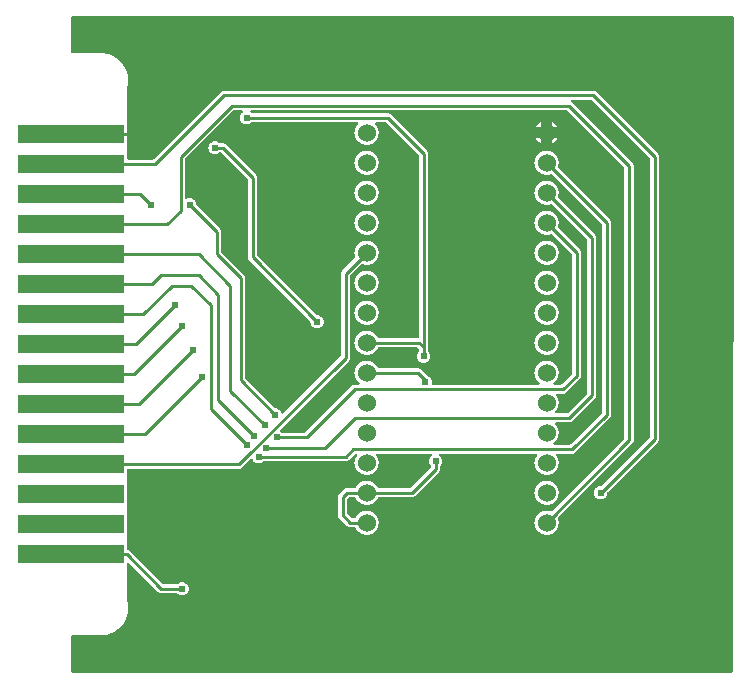
<source format=gbl>
G04 Layer: BottomLayer*
G04 EasyEDA v6.5.22, 2023-04-21 14:11:52*
G04 6639ec0bfd30429d8febbb54714beaf6,0d2cea57a9a8422ebbcee2df73fbc454,10*
G04 Gerber Generator version 0.2*
G04 Scale: 100 percent, Rotated: No, Reflected: No *
G04 Dimensions in millimeters *
G04 leading zeros omitted , absolute positions ,4 integer and 5 decimal *
%FSLAX45Y45*%
%MOMM*%

%ADD10C,0.2540*%
%ADD11R,9.0000X1.5240*%
%ADD12C,1.5240*%
%ADD13C,0.6096*%
%ADD14C,0.6000*%
%ADD15C,0.0145*%

%LPD*%
G36*
X733958Y584708D02*
G01*
X730097Y585470D01*
X726795Y587705D01*
X724560Y590956D01*
X723798Y594868D01*
X723798Y891438D01*
X724560Y895299D01*
X726795Y898601D01*
X730097Y900836D01*
X733958Y901598D01*
X977646Y901598D01*
X998931Y902665D01*
X1021080Y905865D01*
X1042873Y911250D01*
X1064006Y918718D01*
X1086866Y929589D01*
X1105966Y941273D01*
X1123848Y954786D01*
X1140307Y969975D01*
X1155242Y986688D01*
X1168450Y1004824D01*
X1178458Y1021537D01*
X1188161Y1041755D01*
X1189278Y1044448D01*
X1195832Y1062837D01*
X1201978Y1087374D01*
X1204823Y1106678D01*
X1206042Y1129030D01*
X1204823Y1154328D01*
X1201978Y1173632D01*
X1196695Y1195273D01*
X1194308Y1202385D01*
X1193800Y1205585D01*
X1193800Y1491792D01*
X1194206Y1494586D01*
X1195374Y1497177D01*
X1197203Y1500073D01*
X1199489Y1506626D01*
X1201572Y1510131D01*
X1204874Y1512519D01*
X1208836Y1513433D01*
X1212850Y1512722D01*
X1216253Y1510436D01*
X1458264Y1268476D01*
X1464462Y1263345D01*
X1471168Y1259789D01*
X1478381Y1257604D01*
X1486408Y1256792D01*
X1618691Y1256792D01*
X1622602Y1256030D01*
X1625904Y1253794D01*
X1627479Y1252220D01*
X1635506Y1246581D01*
X1644446Y1242466D01*
X1653895Y1239926D01*
X1663700Y1239062D01*
X1673504Y1239926D01*
X1682953Y1242466D01*
X1691893Y1246581D01*
X1699920Y1252220D01*
X1706880Y1259179D01*
X1712518Y1267206D01*
X1716633Y1276146D01*
X1719173Y1285595D01*
X1720037Y1295400D01*
X1719173Y1305204D01*
X1716633Y1314653D01*
X1712518Y1323594D01*
X1706880Y1331620D01*
X1699920Y1338580D01*
X1691893Y1344218D01*
X1682953Y1348333D01*
X1673504Y1350873D01*
X1663700Y1351737D01*
X1653895Y1350873D01*
X1644446Y1348333D01*
X1635506Y1344218D01*
X1627479Y1338580D01*
X1625904Y1337005D01*
X1622602Y1334770D01*
X1618691Y1334008D01*
X1506118Y1334008D01*
X1502206Y1334770D01*
X1498904Y1337005D01*
X1221435Y1614424D01*
X1215237Y1619554D01*
X1208532Y1623110D01*
X1207008Y1623568D01*
X1203248Y1625650D01*
X1200708Y1629105D01*
X1199794Y1633321D01*
X1199794Y1663141D01*
X1199083Y1669440D01*
X1197203Y1674926D01*
X1195374Y1677822D01*
X1194206Y1680413D01*
X1193800Y1683207D01*
X1193800Y1745792D01*
X1194206Y1748586D01*
X1195374Y1751177D01*
X1197203Y1754073D01*
X1199083Y1759559D01*
X1199794Y1765858D01*
X1199794Y1917141D01*
X1199083Y1923440D01*
X1197203Y1928926D01*
X1195374Y1931822D01*
X1194206Y1934413D01*
X1193800Y1937207D01*
X1193800Y1999792D01*
X1194206Y2002586D01*
X1195374Y2005177D01*
X1197203Y2008073D01*
X1199083Y2013559D01*
X1199794Y2019858D01*
X1199794Y2171141D01*
X1199083Y2177440D01*
X1197203Y2182926D01*
X1195374Y2185822D01*
X1194206Y2188413D01*
X1193800Y2191207D01*
X1193800Y2253792D01*
X1194206Y2256586D01*
X1195374Y2259177D01*
X1197203Y2262073D01*
X1199083Y2267559D01*
X1199794Y2273858D01*
X1199794Y2300732D01*
X1200607Y2304643D01*
X1202791Y2307894D01*
X1206093Y2310130D01*
X1209954Y2310892D01*
X2145792Y2310892D01*
X2153818Y2311704D01*
X2161032Y2313889D01*
X2167737Y2317445D01*
X2173935Y2322576D01*
X2243937Y2392527D01*
X2247188Y2394712D01*
X2250948Y2395524D01*
X2254758Y2394864D01*
X2258060Y2392781D01*
X2260346Y2389682D01*
X2262581Y2384806D01*
X2268220Y2376779D01*
X2275179Y2369820D01*
X2283206Y2364181D01*
X2292146Y2360066D01*
X2301595Y2357526D01*
X2311400Y2356662D01*
X2321204Y2357526D01*
X2330653Y2360066D01*
X2339594Y2364181D01*
X2347620Y2369820D01*
X2349195Y2371394D01*
X2352497Y2373630D01*
X2356408Y2374392D01*
X3047492Y2374392D01*
X3055518Y2375204D01*
X3062732Y2377389D01*
X3069437Y2380945D01*
X3075635Y2386076D01*
X3124504Y2434894D01*
X3127806Y2437130D01*
X3131718Y2437892D01*
X3134918Y2437892D01*
X3139186Y2436926D01*
X3142691Y2434285D01*
X3144723Y2430424D01*
X3144926Y2426055D01*
X3143300Y2421991D01*
X3137966Y2414219D01*
X3131820Y2402078D01*
X3127349Y2389174D01*
X3124606Y2375814D01*
X3123692Y2362200D01*
X3124606Y2348585D01*
X3127349Y2335225D01*
X3131820Y2322322D01*
X3137966Y2310180D01*
X3145688Y2298954D01*
X3154832Y2288794D01*
X3165246Y2280005D01*
X3176727Y2272690D01*
X3189122Y2266950D01*
X3202127Y2262886D01*
X3215589Y2260650D01*
X3229203Y2260193D01*
X3242767Y2261514D01*
X3256026Y2264714D01*
X3268776Y2269591D01*
X3280714Y2276144D01*
X3291687Y2284222D01*
X3301492Y2293721D01*
X3309975Y2304440D01*
X3316935Y2316175D01*
X3322218Y2328722D01*
X3325825Y2341880D01*
X3327654Y2355392D01*
X3327654Y2369007D01*
X3325825Y2382520D01*
X3322218Y2395677D01*
X3316935Y2408224D01*
X3309975Y2419959D01*
X3308807Y2421432D01*
X3306876Y2425496D01*
X3306876Y2430018D01*
X3308858Y2434082D01*
X3312363Y2436876D01*
X3316782Y2437892D01*
X3769868Y2437892D01*
X3774033Y2436977D01*
X3777437Y2434488D01*
X3779570Y2430780D01*
X3779977Y2426563D01*
X3778605Y2422499D01*
X3775710Y2419400D01*
X3773779Y2418080D01*
X3766820Y2411120D01*
X3761181Y2403094D01*
X3757066Y2394153D01*
X3754526Y2384704D01*
X3753662Y2374900D01*
X3754526Y2365095D01*
X3757066Y2355646D01*
X3761181Y2346706D01*
X3769766Y2334666D01*
X3770528Y2330754D01*
X3769766Y2326843D01*
X3767582Y2323592D01*
X3593795Y2149805D01*
X3590493Y2147570D01*
X3586581Y2146808D01*
X3326790Y2146808D01*
X3322929Y2147570D01*
X3319627Y2149754D01*
X3309975Y2165959D01*
X3301492Y2176678D01*
X3291687Y2186178D01*
X3280714Y2194255D01*
X3268776Y2200808D01*
X3256026Y2205685D01*
X3242767Y2208885D01*
X3229203Y2210206D01*
X3215589Y2209749D01*
X3202127Y2207514D01*
X3189122Y2203450D01*
X3176727Y2197709D01*
X3165246Y2190394D01*
X3154832Y2181606D01*
X3145688Y2171446D01*
X3137966Y2160219D01*
X3134004Y2152396D01*
X3131769Y2149449D01*
X3128568Y2147468D01*
X3124962Y2146808D01*
X3061208Y2146808D01*
X3053181Y2145995D01*
X3045968Y2143810D01*
X3039262Y2140254D01*
X3033064Y2135124D01*
X2995676Y2097735D01*
X2990545Y2091537D01*
X2986989Y2084832D01*
X2984804Y2077618D01*
X2983992Y2069592D01*
X2983992Y1918207D01*
X2984804Y1910181D01*
X2986989Y1902968D01*
X2990545Y1896262D01*
X2995676Y1890064D01*
X3058464Y1827275D01*
X3064662Y1822145D01*
X3071368Y1818589D01*
X3078581Y1816404D01*
X3086608Y1815592D01*
X3124962Y1815592D01*
X3128568Y1814931D01*
X3131769Y1812950D01*
X3134004Y1810004D01*
X3137966Y1802180D01*
X3145688Y1790954D01*
X3154832Y1780793D01*
X3165246Y1772005D01*
X3176727Y1764690D01*
X3189122Y1758950D01*
X3202127Y1754886D01*
X3215589Y1752650D01*
X3229203Y1752193D01*
X3242767Y1753514D01*
X3256026Y1756714D01*
X3268776Y1761591D01*
X3280714Y1768144D01*
X3291687Y1776222D01*
X3301492Y1785721D01*
X3309975Y1796440D01*
X3316935Y1808175D01*
X3322218Y1820722D01*
X3325825Y1833880D01*
X3327654Y1847392D01*
X3327654Y1861007D01*
X3325825Y1874520D01*
X3322218Y1887677D01*
X3316935Y1900224D01*
X3309975Y1911959D01*
X3301492Y1922678D01*
X3291687Y1932178D01*
X3280714Y1940255D01*
X3268776Y1946808D01*
X3256026Y1951685D01*
X3242767Y1954885D01*
X3229203Y1956206D01*
X3215589Y1955749D01*
X3202127Y1953514D01*
X3189122Y1949450D01*
X3176727Y1943709D01*
X3165246Y1936394D01*
X3154832Y1927606D01*
X3145688Y1917446D01*
X3137966Y1906219D01*
X3134004Y1898396D01*
X3131769Y1895449D01*
X3128568Y1893468D01*
X3124962Y1892807D01*
X3106318Y1892807D01*
X3102406Y1893570D01*
X3099104Y1895805D01*
X3064205Y1930704D01*
X3061970Y1934006D01*
X3061208Y1937918D01*
X3061208Y2049881D01*
X3061970Y2053793D01*
X3064205Y2057095D01*
X3073704Y2066594D01*
X3077006Y2068830D01*
X3080918Y2069592D01*
X3124962Y2069592D01*
X3128568Y2068931D01*
X3131769Y2066950D01*
X3134004Y2064004D01*
X3137966Y2056180D01*
X3145688Y2044954D01*
X3154832Y2034793D01*
X3165246Y2026005D01*
X3176727Y2018690D01*
X3189122Y2012950D01*
X3202127Y2008886D01*
X3215589Y2006650D01*
X3229203Y2006193D01*
X3242767Y2007514D01*
X3256026Y2010714D01*
X3268776Y2015591D01*
X3280714Y2022144D01*
X3291687Y2030222D01*
X3301492Y2039721D01*
X3309975Y2050440D01*
X3319627Y2066645D01*
X3322929Y2068830D01*
X3326790Y2069592D01*
X3606292Y2069592D01*
X3614318Y2070404D01*
X3621532Y2072589D01*
X3628237Y2076145D01*
X3634435Y2081275D01*
X3836924Y2283764D01*
X3842054Y2289962D01*
X3845610Y2296668D01*
X3847795Y2303881D01*
X3848608Y2311908D01*
X3848608Y2329891D01*
X3849370Y2333802D01*
X3851605Y2337104D01*
X3853179Y2338679D01*
X3858818Y2346706D01*
X3862933Y2355646D01*
X3865473Y2365095D01*
X3866337Y2374900D01*
X3865473Y2384704D01*
X3862933Y2394153D01*
X3858818Y2403094D01*
X3853179Y2411120D01*
X3846220Y2418080D01*
X3844290Y2419400D01*
X3841394Y2422499D01*
X3840022Y2426563D01*
X3840429Y2430780D01*
X3842562Y2434488D01*
X3845966Y2436977D01*
X3850132Y2437892D01*
X4658918Y2437892D01*
X4663186Y2436926D01*
X4666691Y2434285D01*
X4668723Y2430424D01*
X4668926Y2426055D01*
X4667300Y2421991D01*
X4661966Y2414219D01*
X4655820Y2402078D01*
X4651349Y2389174D01*
X4648606Y2375814D01*
X4647692Y2362200D01*
X4648606Y2348585D01*
X4651349Y2335225D01*
X4655820Y2322322D01*
X4661966Y2310180D01*
X4669688Y2298954D01*
X4678832Y2288794D01*
X4689246Y2280005D01*
X4700727Y2272690D01*
X4713122Y2266950D01*
X4726127Y2262886D01*
X4739589Y2260650D01*
X4753203Y2260193D01*
X4766767Y2261514D01*
X4780026Y2264714D01*
X4792776Y2269591D01*
X4804714Y2276144D01*
X4815687Y2284222D01*
X4825492Y2293721D01*
X4833975Y2304440D01*
X4840935Y2316175D01*
X4846218Y2328722D01*
X4849825Y2341880D01*
X4851654Y2355392D01*
X4851654Y2369007D01*
X4849825Y2382520D01*
X4846218Y2395677D01*
X4840935Y2408224D01*
X4833975Y2419959D01*
X4832807Y2421432D01*
X4830876Y2425496D01*
X4830876Y2430018D01*
X4832858Y2434082D01*
X4836363Y2436876D01*
X4840782Y2437892D01*
X4965192Y2437892D01*
X4973218Y2438704D01*
X4980432Y2440889D01*
X4987137Y2444445D01*
X4993335Y2449576D01*
X5284724Y2740964D01*
X5289854Y2747162D01*
X5293410Y2753868D01*
X5295595Y2761081D01*
X5296408Y2769108D01*
X5296408Y4393692D01*
X5295595Y4401718D01*
X5293410Y4408932D01*
X5289854Y4415637D01*
X5284724Y4421835D01*
X4848606Y4858004D01*
X4846574Y4860899D01*
X4845659Y4864354D01*
X4845964Y4867910D01*
X4849825Y4881880D01*
X4851654Y4895392D01*
X4851654Y4909007D01*
X4849825Y4922520D01*
X4846218Y4935677D01*
X4840935Y4948224D01*
X4833975Y4959959D01*
X4825492Y4970678D01*
X4815687Y4980178D01*
X4804714Y4988255D01*
X4792776Y4994808D01*
X4780026Y4999685D01*
X4766767Y5002885D01*
X4753203Y5004206D01*
X4739589Y5003749D01*
X4726127Y5001514D01*
X4713122Y4997450D01*
X4700727Y4991709D01*
X4689246Y4984394D01*
X4678832Y4975606D01*
X4669688Y4965446D01*
X4661966Y4954219D01*
X4655820Y4942078D01*
X4651349Y4929174D01*
X4648606Y4915814D01*
X4647692Y4902200D01*
X4648606Y4888585D01*
X4651349Y4875225D01*
X4655820Y4862322D01*
X4661966Y4850180D01*
X4669688Y4838954D01*
X4678832Y4828794D01*
X4689246Y4820005D01*
X4700727Y4812690D01*
X4713122Y4806950D01*
X4726127Y4802886D01*
X4739589Y4800650D01*
X4753203Y4800193D01*
X4766767Y4801514D01*
X4780026Y4804714D01*
X4783023Y4805832D01*
X4786833Y4806543D01*
X4790643Y4805730D01*
X4793843Y4803546D01*
X5216194Y4381195D01*
X5218430Y4377893D01*
X5219192Y4373981D01*
X5219192Y2788818D01*
X5218430Y2784906D01*
X5216194Y2781604D01*
X4952695Y2518105D01*
X4949393Y2515870D01*
X4945481Y2515108D01*
X4815230Y2515108D01*
X4811115Y2515971D01*
X4807712Y2518460D01*
X4805578Y2522118D01*
X4805121Y2526284D01*
X4806391Y2530297D01*
X4809185Y2533446D01*
X4815687Y2538222D01*
X4825492Y2547721D01*
X4833975Y2558440D01*
X4840935Y2570175D01*
X4846218Y2582722D01*
X4849825Y2595880D01*
X4851654Y2609392D01*
X4851654Y2623007D01*
X4849825Y2636520D01*
X4846218Y2649677D01*
X4840935Y2662224D01*
X4833975Y2673959D01*
X4825492Y2684678D01*
X4822952Y2687116D01*
X4820716Y2690418D01*
X4819904Y2694330D01*
X4820615Y2698242D01*
X4822799Y2701594D01*
X4826101Y2703830D01*
X4830064Y2704592D01*
X4939792Y2704592D01*
X4947818Y2705404D01*
X4955032Y2707589D01*
X4961737Y2711145D01*
X4967935Y2716276D01*
X5157724Y2906064D01*
X5162854Y2912262D01*
X5166410Y2918968D01*
X5168595Y2926181D01*
X5169408Y2934208D01*
X5169408Y4266692D01*
X5168595Y4274718D01*
X5166410Y4281932D01*
X5162854Y4288637D01*
X5157724Y4294835D01*
X4848606Y4604004D01*
X4846574Y4606899D01*
X4845659Y4610354D01*
X4845964Y4613910D01*
X4849825Y4627880D01*
X4851654Y4641392D01*
X4851654Y4655007D01*
X4849825Y4668520D01*
X4846218Y4681677D01*
X4840935Y4694224D01*
X4833975Y4705959D01*
X4825492Y4716678D01*
X4815687Y4726178D01*
X4804714Y4734255D01*
X4792776Y4740808D01*
X4780026Y4745685D01*
X4766767Y4748885D01*
X4753203Y4750206D01*
X4739589Y4749749D01*
X4726127Y4747514D01*
X4713122Y4743450D01*
X4700727Y4737709D01*
X4689246Y4730394D01*
X4678832Y4721606D01*
X4669688Y4711446D01*
X4661966Y4700219D01*
X4655820Y4688078D01*
X4651349Y4675174D01*
X4648606Y4661814D01*
X4647692Y4648200D01*
X4648606Y4634585D01*
X4651349Y4621225D01*
X4655820Y4608322D01*
X4661966Y4596180D01*
X4669688Y4584954D01*
X4678832Y4574794D01*
X4689246Y4566005D01*
X4700727Y4558690D01*
X4713122Y4552950D01*
X4726127Y4548886D01*
X4739589Y4546650D01*
X4753203Y4546193D01*
X4766767Y4547514D01*
X4780026Y4550714D01*
X4783023Y4551832D01*
X4786833Y4552543D01*
X4790643Y4551730D01*
X4793843Y4549546D01*
X5089194Y4254195D01*
X5091430Y4250893D01*
X5092192Y4246981D01*
X5092192Y2953918D01*
X5091430Y2950006D01*
X5089194Y2946704D01*
X4927295Y2784805D01*
X4923993Y2782570D01*
X4920081Y2781808D01*
X4830064Y2781808D01*
X4826101Y2782570D01*
X4822799Y2784805D01*
X4820615Y2788158D01*
X4819904Y2792069D01*
X4820716Y2795981D01*
X4822952Y2799283D01*
X4825492Y2801721D01*
X4833975Y2812440D01*
X4840935Y2824175D01*
X4846218Y2836722D01*
X4849825Y2849880D01*
X4851654Y2863392D01*
X4851654Y2877007D01*
X4849825Y2890520D01*
X4846218Y2903677D01*
X4840935Y2916224D01*
X4833975Y2927959D01*
X4832807Y2929432D01*
X4830876Y2933496D01*
X4830876Y2938018D01*
X4832858Y2942082D01*
X4836363Y2944876D01*
X4840782Y2945892D01*
X4888992Y2945892D01*
X4897018Y2946704D01*
X4904232Y2948889D01*
X4910937Y2952445D01*
X4917135Y2957576D01*
X5030724Y3071164D01*
X5035854Y3077362D01*
X5039410Y3084068D01*
X5041595Y3091281D01*
X5042408Y3099308D01*
X5042408Y4139692D01*
X5041595Y4147718D01*
X5039410Y4154932D01*
X5035854Y4161637D01*
X5030724Y4167835D01*
X4848606Y4350004D01*
X4846574Y4352899D01*
X4845659Y4356354D01*
X4845964Y4359910D01*
X4849825Y4373880D01*
X4851654Y4387392D01*
X4851654Y4401007D01*
X4849825Y4414520D01*
X4846218Y4427677D01*
X4840935Y4440224D01*
X4833975Y4451959D01*
X4825492Y4462678D01*
X4815687Y4472178D01*
X4804714Y4480255D01*
X4792776Y4486808D01*
X4780026Y4491685D01*
X4766767Y4494885D01*
X4753203Y4496206D01*
X4739589Y4495749D01*
X4726127Y4493514D01*
X4713122Y4489450D01*
X4700727Y4483709D01*
X4689246Y4476394D01*
X4678832Y4467606D01*
X4669688Y4457446D01*
X4661966Y4446219D01*
X4655820Y4434078D01*
X4651349Y4421174D01*
X4648606Y4407814D01*
X4647692Y4394200D01*
X4648606Y4380585D01*
X4651349Y4367225D01*
X4655820Y4354322D01*
X4661966Y4342180D01*
X4669688Y4330954D01*
X4678832Y4320794D01*
X4689246Y4312005D01*
X4700727Y4304690D01*
X4713122Y4298950D01*
X4726127Y4294886D01*
X4739589Y4292650D01*
X4753203Y4292193D01*
X4766767Y4293514D01*
X4780026Y4296714D01*
X4783023Y4297832D01*
X4786833Y4298543D01*
X4790643Y4297730D01*
X4793843Y4295546D01*
X4962194Y4127195D01*
X4964430Y4123893D01*
X4965192Y4119981D01*
X4965192Y3119018D01*
X4964430Y3115106D01*
X4962194Y3111804D01*
X4876495Y3026105D01*
X4873193Y3023870D01*
X4869281Y3023108D01*
X4815230Y3023108D01*
X4811115Y3023971D01*
X4807712Y3026460D01*
X4805578Y3030118D01*
X4805121Y3034284D01*
X4806391Y3038297D01*
X4809185Y3041446D01*
X4815687Y3046222D01*
X4825492Y3055721D01*
X4833975Y3066440D01*
X4840935Y3078175D01*
X4846218Y3090722D01*
X4849825Y3103880D01*
X4851654Y3117392D01*
X4851654Y3131007D01*
X4849825Y3144520D01*
X4846218Y3157677D01*
X4840935Y3170224D01*
X4833975Y3181959D01*
X4825492Y3192678D01*
X4815687Y3202178D01*
X4804714Y3210255D01*
X4792776Y3216808D01*
X4780026Y3221685D01*
X4766767Y3224885D01*
X4753203Y3226206D01*
X4739589Y3225749D01*
X4726127Y3223514D01*
X4713122Y3219450D01*
X4700727Y3213709D01*
X4689246Y3206394D01*
X4678832Y3197606D01*
X4669688Y3187446D01*
X4661966Y3176219D01*
X4655820Y3164078D01*
X4651349Y3151174D01*
X4648606Y3137814D01*
X4647692Y3124200D01*
X4648606Y3110585D01*
X4651349Y3097225D01*
X4655820Y3084322D01*
X4661966Y3072180D01*
X4669688Y3060954D01*
X4678832Y3050794D01*
X4689551Y3041853D01*
X4692599Y3038805D01*
X4694123Y3034741D01*
X4693818Y3030423D01*
X4691735Y3026613D01*
X4688281Y3024022D01*
X4684064Y3023108D01*
X3785768Y3023108D01*
X3782161Y3023768D01*
X3779012Y3025698D01*
X3776726Y3028645D01*
X3775659Y3032201D01*
X3775964Y3035909D01*
X3776573Y3038195D01*
X3777437Y3048000D01*
X3776573Y3057804D01*
X3774033Y3067253D01*
X3769918Y3076194D01*
X3764279Y3084220D01*
X3757320Y3091180D01*
X3749294Y3096818D01*
X3740353Y3100933D01*
X3736289Y3102051D01*
X3733850Y3103067D01*
X3731717Y3104692D01*
X3685235Y3151124D01*
X3679037Y3156254D01*
X3672332Y3159810D01*
X3665118Y3161995D01*
X3657092Y3162808D01*
X3326790Y3162808D01*
X3322929Y3163570D01*
X3319627Y3165754D01*
X3309975Y3181959D01*
X3301492Y3192678D01*
X3291687Y3202178D01*
X3280714Y3210255D01*
X3268776Y3216808D01*
X3256026Y3221685D01*
X3242767Y3224885D01*
X3229203Y3226206D01*
X3215589Y3225749D01*
X3202127Y3223514D01*
X3189122Y3219450D01*
X3176727Y3213709D01*
X3165246Y3206394D01*
X3154832Y3197606D01*
X3145688Y3187446D01*
X3137966Y3176219D01*
X3131820Y3164078D01*
X3127349Y3151174D01*
X3124606Y3137814D01*
X3123692Y3124200D01*
X3124606Y3110585D01*
X3127349Y3097225D01*
X3131820Y3084322D01*
X3137966Y3072180D01*
X3145688Y3060954D01*
X3154832Y3050794D01*
X3165551Y3041853D01*
X3168599Y3038805D01*
X3170123Y3034741D01*
X3169818Y3030423D01*
X3167735Y3026613D01*
X3164281Y3024022D01*
X3160064Y3023108D01*
X3124708Y3023108D01*
X3116681Y3022295D01*
X3109468Y3020110D01*
X3102762Y3016554D01*
X3096564Y3011424D01*
X2704795Y2619705D01*
X2701493Y2617470D01*
X2697581Y2616708D01*
X2508808Y2616708D01*
X2504897Y2617470D01*
X2501595Y2619705D01*
X2500020Y2621280D01*
X2493873Y2625598D01*
X2490876Y2628849D01*
X2489555Y2633014D01*
X2490114Y2637383D01*
X2492502Y2641092D01*
X3074924Y3223564D01*
X3080054Y3229762D01*
X3083610Y3236468D01*
X3085795Y3243681D01*
X3086608Y3251708D01*
X3086608Y3942181D01*
X3087370Y3946093D01*
X3089605Y3949395D01*
X3181756Y4041546D01*
X3184753Y4043629D01*
X3188309Y4044492D01*
X3191916Y4044035D01*
X3202127Y4040886D01*
X3215589Y4038650D01*
X3229203Y4038193D01*
X3242767Y4039514D01*
X3256026Y4042714D01*
X3268776Y4047591D01*
X3280714Y4054144D01*
X3291687Y4062222D01*
X3301492Y4071721D01*
X3309975Y4082440D01*
X3316935Y4094175D01*
X3322218Y4106722D01*
X3325825Y4119879D01*
X3327654Y4133392D01*
X3327654Y4147007D01*
X3325825Y4160520D01*
X3322218Y4173677D01*
X3316935Y4186224D01*
X3309975Y4197959D01*
X3301492Y4208678D01*
X3291687Y4218178D01*
X3280714Y4226255D01*
X3268776Y4232808D01*
X3256026Y4237685D01*
X3242767Y4240885D01*
X3229203Y4242206D01*
X3215589Y4241749D01*
X3202127Y4239514D01*
X3189122Y4235450D01*
X3176727Y4229709D01*
X3165246Y4222394D01*
X3154832Y4213606D01*
X3145688Y4203446D01*
X3137966Y4192219D01*
X3131820Y4180078D01*
X3127349Y4167174D01*
X3124606Y4153814D01*
X3123692Y4140200D01*
X3124606Y4126585D01*
X3127349Y4113225D01*
X3129584Y4106722D01*
X3130143Y4102963D01*
X3129330Y4099306D01*
X3127197Y4096207D01*
X3021076Y3990035D01*
X3015945Y3983837D01*
X3012389Y3977132D01*
X3010204Y3969918D01*
X3009392Y3961892D01*
X3009392Y3271418D01*
X3008630Y3267506D01*
X3006394Y3264204D01*
X2522016Y2779776D01*
X2518460Y2777490D01*
X2514295Y2776829D01*
X2510180Y2777947D01*
X2506929Y2780588D01*
X2504998Y2784348D01*
X2504033Y2787853D01*
X2499918Y2796794D01*
X2494280Y2804820D01*
X2487320Y2811780D01*
X2479294Y2817418D01*
X2470353Y2821533D01*
X2460904Y2824073D01*
X2452878Y2824784D01*
X2449474Y2825699D01*
X2446578Y2827731D01*
X2200605Y3073704D01*
X2198370Y3077006D01*
X2197608Y3080918D01*
X2197608Y3923792D01*
X2196795Y3931818D01*
X2194610Y3939032D01*
X2191054Y3945737D01*
X2185924Y3951935D01*
X1997405Y4140504D01*
X1995170Y4143806D01*
X1994407Y4147718D01*
X1994407Y4317492D01*
X1993595Y4325518D01*
X1991410Y4332732D01*
X1987854Y4339437D01*
X1982724Y4345635D01*
X1786331Y4542078D01*
X1784299Y4544974D01*
X1783384Y4548378D01*
X1782673Y4556404D01*
X1780133Y4565853D01*
X1776018Y4574794D01*
X1770380Y4582820D01*
X1763420Y4589780D01*
X1755393Y4595418D01*
X1746453Y4599533D01*
X1737004Y4602073D01*
X1727200Y4602937D01*
X1717395Y4602073D01*
X1707946Y4599533D01*
X1704086Y4597755D01*
X1700123Y4596790D01*
X1696110Y4597450D01*
X1692706Y4599635D01*
X1690420Y4602988D01*
X1689607Y4606950D01*
X1689607Y4932781D01*
X1690370Y4936693D01*
X1692605Y4939995D01*
X2095804Y5343194D01*
X2099106Y5345430D01*
X2103018Y5346192D01*
X2169668Y5346192D01*
X2173833Y5345277D01*
X2177237Y5342788D01*
X2179370Y5339080D01*
X2179777Y5334863D01*
X2178405Y5330799D01*
X2175510Y5327700D01*
X2173579Y5326380D01*
X2166620Y5319420D01*
X2160981Y5311394D01*
X2156866Y5302453D01*
X2154326Y5293004D01*
X2153462Y5283200D01*
X2154326Y5273395D01*
X2156866Y5263946D01*
X2160981Y5255006D01*
X2166620Y5246979D01*
X2173579Y5240020D01*
X2181606Y5234381D01*
X2190546Y5230266D01*
X2199995Y5227726D01*
X2209800Y5226862D01*
X2219604Y5227726D01*
X2229053Y5230266D01*
X2237994Y5234381D01*
X2246020Y5240020D01*
X2247595Y5241594D01*
X2250897Y5243830D01*
X2254808Y5244592D01*
X3145536Y5244592D01*
X3149346Y5243830D01*
X3152597Y5241747D01*
X3154781Y5238546D01*
X3155696Y5234787D01*
X3155035Y5230926D01*
X3153054Y5227624D01*
X3145688Y5219446D01*
X3137966Y5208219D01*
X3131820Y5196078D01*
X3127349Y5183174D01*
X3124606Y5169814D01*
X3123692Y5156200D01*
X3124606Y5142585D01*
X3127349Y5129225D01*
X3131820Y5116322D01*
X3137966Y5104180D01*
X3145688Y5092954D01*
X3154832Y5082794D01*
X3165246Y5074005D01*
X3176727Y5066690D01*
X3189122Y5060950D01*
X3202127Y5056886D01*
X3215589Y5054650D01*
X3229203Y5054193D01*
X3242767Y5055514D01*
X3256026Y5058714D01*
X3268776Y5063591D01*
X3280714Y5070144D01*
X3291687Y5078222D01*
X3301492Y5087721D01*
X3309975Y5098440D01*
X3316935Y5110175D01*
X3322218Y5122722D01*
X3325825Y5135880D01*
X3327654Y5149392D01*
X3327654Y5163007D01*
X3325825Y5176520D01*
X3322218Y5189677D01*
X3316935Y5202224D01*
X3309975Y5213959D01*
X3301492Y5224678D01*
X3298951Y5227116D01*
X3296716Y5230418D01*
X3295904Y5234330D01*
X3296615Y5238242D01*
X3298799Y5241594D01*
X3302101Y5243830D01*
X3306064Y5244592D01*
X3383381Y5244592D01*
X3387293Y5243830D01*
X3390595Y5241594D01*
X3666794Y4965395D01*
X3669029Y4962093D01*
X3669792Y4958181D01*
X3669792Y3426968D01*
X3669029Y3423056D01*
X3666794Y3419805D01*
X3663543Y3417570D01*
X3659632Y3416808D01*
X3326790Y3416808D01*
X3322929Y3417570D01*
X3319627Y3419754D01*
X3309975Y3435959D01*
X3301492Y3446678D01*
X3291687Y3456178D01*
X3280714Y3464255D01*
X3268776Y3470808D01*
X3256026Y3475685D01*
X3242767Y3478885D01*
X3229203Y3480206D01*
X3215589Y3479749D01*
X3202127Y3477514D01*
X3189122Y3473450D01*
X3176727Y3467709D01*
X3165246Y3460394D01*
X3154832Y3451606D01*
X3145688Y3441446D01*
X3137966Y3430219D01*
X3131820Y3418078D01*
X3127349Y3405174D01*
X3124606Y3391814D01*
X3123692Y3378200D01*
X3124606Y3364585D01*
X3127349Y3351225D01*
X3131820Y3338322D01*
X3137966Y3326180D01*
X3145688Y3314954D01*
X3154832Y3304794D01*
X3165246Y3296005D01*
X3176727Y3288690D01*
X3189122Y3282950D01*
X3202127Y3278886D01*
X3215589Y3276650D01*
X3229203Y3276193D01*
X3242767Y3277514D01*
X3256026Y3280714D01*
X3268776Y3285591D01*
X3280714Y3292144D01*
X3291687Y3300222D01*
X3301492Y3309721D01*
X3309975Y3320440D01*
X3319627Y3336645D01*
X3322929Y3338829D01*
X3326790Y3339592D01*
X3650081Y3339592D01*
X3653993Y3338829D01*
X3657295Y3336594D01*
X3666794Y3327095D01*
X3669029Y3323793D01*
X3669792Y3319881D01*
X3669792Y3308908D01*
X3669029Y3304997D01*
X3666794Y3301695D01*
X3665220Y3300120D01*
X3659581Y3292094D01*
X3655466Y3283153D01*
X3652926Y3273704D01*
X3652062Y3263900D01*
X3652926Y3254095D01*
X3655466Y3244646D01*
X3659581Y3235706D01*
X3665220Y3227679D01*
X3672179Y3220720D01*
X3680206Y3215081D01*
X3689146Y3210966D01*
X3698595Y3208426D01*
X3708400Y3207562D01*
X3718204Y3208426D01*
X3727653Y3210966D01*
X3736594Y3215081D01*
X3744620Y3220720D01*
X3751579Y3227679D01*
X3757218Y3235706D01*
X3761333Y3244646D01*
X3763873Y3254095D01*
X3764737Y3263900D01*
X3763873Y3273704D01*
X3761333Y3283153D01*
X3757218Y3292094D01*
X3751579Y3300120D01*
X3750005Y3301695D01*
X3747770Y3304997D01*
X3747008Y3308908D01*
X3747008Y4977892D01*
X3746195Y4985918D01*
X3744010Y4993132D01*
X3740454Y4999837D01*
X3735324Y5006035D01*
X3431235Y5310124D01*
X3425037Y5315254D01*
X3418332Y5318810D01*
X3411118Y5320995D01*
X3403092Y5321808D01*
X2254808Y5321808D01*
X2250897Y5322570D01*
X2247595Y5324805D01*
X2244090Y5327700D01*
X2241194Y5330799D01*
X2239822Y5334863D01*
X2240229Y5339080D01*
X2242362Y5342788D01*
X2245766Y5345277D01*
X2249932Y5346192D01*
X4920081Y5346192D01*
X4923993Y5345430D01*
X4927295Y5343194D01*
X5406694Y4863795D01*
X5408930Y4860493D01*
X5409692Y4856581D01*
X5409692Y2572918D01*
X5408930Y2569006D01*
X5406694Y2565704D01*
X4793843Y1952853D01*
X4790643Y1950669D01*
X4786833Y1949856D01*
X4783023Y1950567D01*
X4780026Y1951685D01*
X4766767Y1954885D01*
X4753203Y1956206D01*
X4739589Y1955749D01*
X4726127Y1953514D01*
X4713122Y1949450D01*
X4700727Y1943709D01*
X4689246Y1936394D01*
X4678832Y1927606D01*
X4669688Y1917446D01*
X4661966Y1906219D01*
X4655820Y1894078D01*
X4651349Y1881174D01*
X4648606Y1867814D01*
X4647692Y1854200D01*
X4648606Y1840585D01*
X4651349Y1827225D01*
X4655820Y1814322D01*
X4661966Y1802180D01*
X4669688Y1790954D01*
X4678832Y1780793D01*
X4689246Y1772005D01*
X4700727Y1764690D01*
X4713122Y1758950D01*
X4726127Y1754886D01*
X4739589Y1752650D01*
X4753203Y1752193D01*
X4766767Y1753514D01*
X4780026Y1756714D01*
X4792776Y1761591D01*
X4804714Y1768144D01*
X4815687Y1776222D01*
X4825492Y1785721D01*
X4833975Y1796440D01*
X4840935Y1808175D01*
X4846218Y1820722D01*
X4849825Y1833880D01*
X4851654Y1847392D01*
X4851654Y1861007D01*
X4849825Y1874520D01*
X4845964Y1888489D01*
X4845659Y1892046D01*
X4846574Y1895500D01*
X4848606Y1898396D01*
X5475224Y2525064D01*
X5480354Y2531262D01*
X5483910Y2537968D01*
X5486095Y2545181D01*
X5486908Y2553208D01*
X5486908Y4876292D01*
X5486095Y4884318D01*
X5483910Y4891532D01*
X5480354Y4898237D01*
X5475224Y4904435D01*
X4967935Y5411724D01*
X4961432Y5417058D01*
X4958842Y5420309D01*
X4957775Y5424271D01*
X4958334Y5428335D01*
X4960467Y5431891D01*
X4963871Y5434228D01*
X4967884Y5435092D01*
X5123281Y5435092D01*
X5127193Y5434330D01*
X5130495Y5432094D01*
X5622594Y4939995D01*
X5624830Y4936693D01*
X5625592Y4932781D01*
X5625592Y2585618D01*
X5624830Y2581706D01*
X5622594Y2578404D01*
X5211521Y2167331D01*
X5208625Y2165299D01*
X5205222Y2164384D01*
X5197195Y2163673D01*
X5187746Y2161133D01*
X5178806Y2157018D01*
X5170779Y2151380D01*
X5163820Y2144420D01*
X5158181Y2136394D01*
X5154066Y2127453D01*
X5151526Y2118004D01*
X5150662Y2108200D01*
X5151526Y2098395D01*
X5154066Y2088946D01*
X5158181Y2080006D01*
X5163820Y2071979D01*
X5170779Y2065020D01*
X5178806Y2059381D01*
X5187746Y2055266D01*
X5197195Y2052726D01*
X5207000Y2051862D01*
X5216804Y2052726D01*
X5226253Y2055266D01*
X5235194Y2059381D01*
X5243220Y2065020D01*
X5250180Y2071979D01*
X5255818Y2080006D01*
X5259933Y2088946D01*
X5262473Y2098395D01*
X5263184Y2106422D01*
X5264099Y2109825D01*
X5266131Y2112721D01*
X5691124Y2537764D01*
X5696254Y2543962D01*
X5699810Y2550668D01*
X5701995Y2557881D01*
X5702808Y2565908D01*
X5702808Y4952492D01*
X5701995Y4960518D01*
X5699810Y4967732D01*
X5696254Y4974437D01*
X5691124Y4980635D01*
X5171135Y5500624D01*
X5164937Y5505754D01*
X5158232Y5509310D01*
X5151018Y5511495D01*
X5142992Y5512308D01*
X2019807Y5512308D01*
X2011781Y5511495D01*
X2004568Y5509310D01*
X1997862Y5505754D01*
X1991664Y5500624D01*
X1422095Y4931105D01*
X1418793Y4928870D01*
X1414881Y4928108D01*
X1209954Y4928108D01*
X1206093Y4928870D01*
X1202791Y4931105D01*
X1200607Y4934356D01*
X1199794Y4938268D01*
X1199794Y4965141D01*
X1199083Y4971440D01*
X1197203Y4976926D01*
X1195374Y4979822D01*
X1194206Y4982413D01*
X1193800Y4985207D01*
X1193800Y5047792D01*
X1194206Y5050586D01*
X1195374Y5053177D01*
X1197203Y5056073D01*
X1199083Y5061559D01*
X1199794Y5067858D01*
X1199794Y5099913D01*
X1196644Y5102148D01*
X1194562Y5105400D01*
X1193800Y5109210D01*
X1193800Y5177790D01*
X1194562Y5181600D01*
X1196644Y5184851D01*
X1199794Y5187086D01*
X1199794Y5219141D01*
X1199083Y5225440D01*
X1197203Y5230926D01*
X1195374Y5233822D01*
X1194206Y5236413D01*
X1193800Y5239207D01*
X1193800Y5525414D01*
X1194308Y5528614D01*
X1196695Y5535726D01*
X1201978Y5557367D01*
X1204823Y5576671D01*
X1206042Y5599023D01*
X1204823Y5624322D01*
X1201978Y5643626D01*
X1195832Y5668162D01*
X1189278Y5686552D01*
X1179830Y5706872D01*
X1178458Y5709462D01*
X1166825Y5728614D01*
X1153414Y5746546D01*
X1138275Y5763056D01*
X1123848Y5776214D01*
X1105966Y5789726D01*
X1086866Y5801410D01*
X1064006Y5812282D01*
X1042873Y5819749D01*
X1021080Y5825134D01*
X998931Y5828334D01*
X977646Y5829401D01*
X733958Y5829401D01*
X730097Y5830163D01*
X726795Y5832398D01*
X724560Y5835700D01*
X723798Y5839561D01*
X723798Y6129528D01*
X724560Y6133439D01*
X726795Y6136690D01*
X730097Y6138926D01*
X733958Y6139688D01*
X6326530Y6139688D01*
X6330442Y6138926D01*
X6333744Y6136690D01*
X6335928Y6133388D01*
X6336690Y6129528D01*
X6324193Y594868D01*
X6323380Y590956D01*
X6321196Y587654D01*
X6317894Y585470D01*
X6314033Y584708D01*
G37*

%LPC*%
G36*
X4753203Y2006193D02*
G01*
X4766767Y2007514D01*
X4780026Y2010714D01*
X4792776Y2015591D01*
X4804714Y2022144D01*
X4815687Y2030222D01*
X4825492Y2039721D01*
X4833975Y2050440D01*
X4840935Y2062175D01*
X4846218Y2074722D01*
X4849825Y2087880D01*
X4851654Y2101392D01*
X4851654Y2115007D01*
X4849825Y2128520D01*
X4846218Y2141677D01*
X4840935Y2154224D01*
X4833975Y2165959D01*
X4825492Y2176678D01*
X4815687Y2186178D01*
X4804714Y2194255D01*
X4792776Y2200808D01*
X4780026Y2205685D01*
X4766767Y2208885D01*
X4753203Y2210206D01*
X4739589Y2209749D01*
X4726127Y2207514D01*
X4713122Y2203450D01*
X4700727Y2197709D01*
X4689246Y2190394D01*
X4678832Y2181606D01*
X4669688Y2171446D01*
X4661966Y2160219D01*
X4655820Y2148078D01*
X4651349Y2135174D01*
X4648606Y2121814D01*
X4647692Y2108200D01*
X4648606Y2094585D01*
X4651349Y2081225D01*
X4655820Y2068322D01*
X4661966Y2056180D01*
X4669688Y2044954D01*
X4678832Y2034793D01*
X4689246Y2026005D01*
X4700727Y2018690D01*
X4713122Y2012950D01*
X4726127Y2008886D01*
X4739589Y2006650D01*
G37*
G36*
X4753203Y3276193D02*
G01*
X4766767Y3277514D01*
X4780026Y3280714D01*
X4792776Y3285591D01*
X4804714Y3292144D01*
X4815687Y3300222D01*
X4825492Y3309721D01*
X4833975Y3320440D01*
X4840935Y3332175D01*
X4846218Y3344722D01*
X4849825Y3357879D01*
X4851654Y3371392D01*
X4851654Y3385007D01*
X4849825Y3398520D01*
X4846218Y3411677D01*
X4840935Y3424224D01*
X4833975Y3435959D01*
X4825492Y3446678D01*
X4815687Y3456178D01*
X4804714Y3464255D01*
X4792776Y3470808D01*
X4780026Y3475685D01*
X4766767Y3478885D01*
X4753203Y3480206D01*
X4739589Y3479749D01*
X4726127Y3477514D01*
X4713122Y3473450D01*
X4700727Y3467709D01*
X4689246Y3460394D01*
X4678832Y3451606D01*
X4669688Y3441446D01*
X4661966Y3430219D01*
X4655820Y3418078D01*
X4651349Y3405174D01*
X4648606Y3391814D01*
X4647692Y3378200D01*
X4648606Y3364585D01*
X4651349Y3351225D01*
X4655820Y3338322D01*
X4661966Y3326180D01*
X4669688Y3314954D01*
X4678832Y3304794D01*
X4689246Y3296005D01*
X4700727Y3288690D01*
X4713122Y3282950D01*
X4726127Y3278886D01*
X4739589Y3276650D01*
G37*
G36*
X2806700Y3499662D02*
G01*
X2816504Y3500526D01*
X2825953Y3503066D01*
X2834894Y3507181D01*
X2842920Y3512820D01*
X2849880Y3519779D01*
X2855518Y3527806D01*
X2859633Y3536746D01*
X2862173Y3546195D01*
X2863037Y3556000D01*
X2862173Y3565804D01*
X2859633Y3575253D01*
X2855518Y3584194D01*
X2849880Y3592220D01*
X2842920Y3599179D01*
X2834894Y3604818D01*
X2825953Y3608933D01*
X2816504Y3611473D01*
X2808478Y3612184D01*
X2805074Y3613099D01*
X2802178Y3615131D01*
X2302205Y4115104D01*
X2299970Y4118406D01*
X2299208Y4122318D01*
X2299208Y4774692D01*
X2298395Y4782718D01*
X2296210Y4789932D01*
X2292654Y4796637D01*
X2287524Y4802835D01*
X2034235Y5056124D01*
X2028037Y5061254D01*
X2021332Y5064810D01*
X2014118Y5066995D01*
X2006092Y5067808D01*
X1988108Y5067808D01*
X1984197Y5068570D01*
X1980895Y5070805D01*
X1979320Y5072380D01*
X1971293Y5078018D01*
X1962353Y5082133D01*
X1952904Y5084673D01*
X1943100Y5085537D01*
X1933295Y5084673D01*
X1923846Y5082133D01*
X1914906Y5078018D01*
X1906879Y5072380D01*
X1899920Y5065420D01*
X1894281Y5057394D01*
X1890166Y5048453D01*
X1887626Y5039004D01*
X1886762Y5029200D01*
X1887626Y5019395D01*
X1890166Y5009946D01*
X1894281Y5001006D01*
X1899920Y4992979D01*
X1906879Y4986020D01*
X1914906Y4980381D01*
X1923846Y4976266D01*
X1933295Y4973726D01*
X1943100Y4972862D01*
X1952904Y4973726D01*
X1962353Y4976266D01*
X1971293Y4980381D01*
X1983333Y4988966D01*
X1987245Y4989728D01*
X1991106Y4988966D01*
X1994407Y4986782D01*
X2218994Y4762195D01*
X2221230Y4758893D01*
X2221992Y4754981D01*
X2221992Y4102608D01*
X2222804Y4094581D01*
X2224989Y4087368D01*
X2228545Y4080662D01*
X2233676Y4074464D01*
X2747568Y3560521D01*
X2749600Y3557625D01*
X2750515Y3554222D01*
X2751226Y3546195D01*
X2753766Y3536746D01*
X2757881Y3527806D01*
X2763520Y3519779D01*
X2770479Y3512820D01*
X2778506Y3507181D01*
X2787446Y3503066D01*
X2796895Y3500526D01*
G37*
G36*
X4753203Y3530193D02*
G01*
X4766767Y3531514D01*
X4780026Y3534714D01*
X4792776Y3539591D01*
X4804714Y3546144D01*
X4815687Y3554222D01*
X4825492Y3563721D01*
X4833975Y3574440D01*
X4840935Y3586175D01*
X4846218Y3598722D01*
X4849825Y3611879D01*
X4851654Y3625392D01*
X4851654Y3639007D01*
X4849825Y3652520D01*
X4846218Y3665677D01*
X4840935Y3678224D01*
X4833975Y3689959D01*
X4825492Y3700678D01*
X4815687Y3710178D01*
X4804714Y3718255D01*
X4792776Y3724808D01*
X4780026Y3729685D01*
X4766767Y3732885D01*
X4753203Y3734206D01*
X4739589Y3733749D01*
X4726127Y3731514D01*
X4713122Y3727450D01*
X4700727Y3721709D01*
X4689246Y3714394D01*
X4678832Y3705606D01*
X4669688Y3695446D01*
X4661966Y3684219D01*
X4655820Y3672078D01*
X4651349Y3659174D01*
X4648606Y3645814D01*
X4647692Y3632200D01*
X4648606Y3618585D01*
X4651349Y3605225D01*
X4655820Y3592322D01*
X4661966Y3580180D01*
X4669688Y3568954D01*
X4678832Y3558794D01*
X4689246Y3550005D01*
X4700727Y3542690D01*
X4713122Y3536950D01*
X4726127Y3532886D01*
X4739589Y3530650D01*
G37*
G36*
X3229203Y3530193D02*
G01*
X3242767Y3531514D01*
X3256026Y3534714D01*
X3268776Y3539591D01*
X3280714Y3546144D01*
X3291687Y3554222D01*
X3301492Y3563721D01*
X3309975Y3574440D01*
X3316935Y3586175D01*
X3322218Y3598722D01*
X3325825Y3611879D01*
X3327654Y3625392D01*
X3327654Y3639007D01*
X3325825Y3652520D01*
X3322218Y3665677D01*
X3316935Y3678224D01*
X3309975Y3689959D01*
X3301492Y3700678D01*
X3291687Y3710178D01*
X3280714Y3718255D01*
X3268776Y3724808D01*
X3256026Y3729685D01*
X3242767Y3732885D01*
X3229203Y3734206D01*
X3215589Y3733749D01*
X3202127Y3731514D01*
X3189122Y3727450D01*
X3176727Y3721709D01*
X3165246Y3714394D01*
X3154832Y3705606D01*
X3145688Y3695446D01*
X3137966Y3684219D01*
X3131820Y3672078D01*
X3127349Y3659174D01*
X3124606Y3645814D01*
X3123692Y3632200D01*
X3124606Y3618585D01*
X3127349Y3605225D01*
X3131820Y3592322D01*
X3137966Y3580180D01*
X3145688Y3568954D01*
X3154832Y3558794D01*
X3165246Y3550005D01*
X3176727Y3542690D01*
X3189122Y3536950D01*
X3202127Y3532886D01*
X3215589Y3530650D01*
G37*
G36*
X4753203Y3784193D02*
G01*
X4766767Y3785514D01*
X4780026Y3788714D01*
X4792776Y3793591D01*
X4804714Y3800144D01*
X4815687Y3808222D01*
X4825492Y3817721D01*
X4833975Y3828440D01*
X4840935Y3840175D01*
X4846218Y3852722D01*
X4849825Y3865879D01*
X4851654Y3879392D01*
X4851654Y3893007D01*
X4849825Y3906520D01*
X4846218Y3919677D01*
X4840935Y3932224D01*
X4833975Y3943959D01*
X4825492Y3954678D01*
X4815687Y3964178D01*
X4804714Y3972255D01*
X4792776Y3978808D01*
X4780026Y3983685D01*
X4766767Y3986885D01*
X4753203Y3988206D01*
X4739589Y3987749D01*
X4726127Y3985514D01*
X4713122Y3981450D01*
X4700727Y3975709D01*
X4689246Y3968394D01*
X4678832Y3959606D01*
X4669688Y3949446D01*
X4661966Y3938219D01*
X4655820Y3926078D01*
X4651349Y3913174D01*
X4648606Y3899814D01*
X4647692Y3886200D01*
X4648606Y3872585D01*
X4651349Y3859225D01*
X4655820Y3846322D01*
X4661966Y3834180D01*
X4669688Y3822954D01*
X4678832Y3812794D01*
X4689246Y3804005D01*
X4700727Y3796690D01*
X4713122Y3790950D01*
X4726127Y3786886D01*
X4739589Y3784650D01*
G37*
G36*
X3229203Y3784193D02*
G01*
X3242767Y3785514D01*
X3256026Y3788714D01*
X3268776Y3793591D01*
X3280714Y3800144D01*
X3291687Y3808222D01*
X3301492Y3817721D01*
X3309975Y3828440D01*
X3316935Y3840175D01*
X3322218Y3852722D01*
X3325825Y3865879D01*
X3327654Y3879392D01*
X3327654Y3893007D01*
X3325825Y3906520D01*
X3322218Y3919677D01*
X3316935Y3932224D01*
X3309975Y3943959D01*
X3301492Y3954678D01*
X3291687Y3964178D01*
X3280714Y3972255D01*
X3268776Y3978808D01*
X3256026Y3983685D01*
X3242767Y3986885D01*
X3229203Y3988206D01*
X3215589Y3987749D01*
X3202127Y3985514D01*
X3189122Y3981450D01*
X3176727Y3975709D01*
X3165246Y3968394D01*
X3154832Y3959606D01*
X3145688Y3949446D01*
X3137966Y3938219D01*
X3131820Y3926078D01*
X3127349Y3913174D01*
X3124606Y3899814D01*
X3123692Y3886200D01*
X3124606Y3872585D01*
X3127349Y3859225D01*
X3131820Y3846322D01*
X3137966Y3834180D01*
X3145688Y3822954D01*
X3154832Y3812794D01*
X3165246Y3804005D01*
X3176727Y3796690D01*
X3189122Y3790950D01*
X3202127Y3786886D01*
X3215589Y3784650D01*
G37*
G36*
X4753203Y4038193D02*
G01*
X4766767Y4039514D01*
X4780026Y4042714D01*
X4792776Y4047591D01*
X4804714Y4054144D01*
X4815687Y4062222D01*
X4825492Y4071721D01*
X4833975Y4082440D01*
X4840935Y4094175D01*
X4846218Y4106722D01*
X4849825Y4119879D01*
X4851654Y4133392D01*
X4851654Y4147007D01*
X4849825Y4160520D01*
X4846218Y4173677D01*
X4840935Y4186224D01*
X4833975Y4197959D01*
X4825492Y4208678D01*
X4815687Y4218178D01*
X4804714Y4226255D01*
X4792776Y4232808D01*
X4780026Y4237685D01*
X4766767Y4240885D01*
X4753203Y4242206D01*
X4739589Y4241749D01*
X4726127Y4239514D01*
X4713122Y4235450D01*
X4700727Y4229709D01*
X4689246Y4222394D01*
X4678832Y4213606D01*
X4669688Y4203446D01*
X4661966Y4192219D01*
X4655820Y4180078D01*
X4651349Y4167174D01*
X4648606Y4153814D01*
X4647692Y4140200D01*
X4648606Y4126585D01*
X4651349Y4113225D01*
X4655820Y4100322D01*
X4661966Y4088180D01*
X4669688Y4076954D01*
X4678832Y4066794D01*
X4689246Y4058005D01*
X4700727Y4050690D01*
X4713122Y4044950D01*
X4726127Y4040886D01*
X4739589Y4038650D01*
G37*
G36*
X3229203Y4292193D02*
G01*
X3242767Y4293514D01*
X3256026Y4296714D01*
X3268776Y4301591D01*
X3280714Y4308144D01*
X3291687Y4316222D01*
X3301492Y4325721D01*
X3309975Y4336440D01*
X3316935Y4348175D01*
X3322218Y4360722D01*
X3325825Y4373880D01*
X3327654Y4387392D01*
X3327654Y4401007D01*
X3325825Y4414520D01*
X3322218Y4427677D01*
X3316935Y4440224D01*
X3309975Y4451959D01*
X3301492Y4462678D01*
X3291687Y4472178D01*
X3280714Y4480255D01*
X3268776Y4486808D01*
X3256026Y4491685D01*
X3242767Y4494885D01*
X3229203Y4496206D01*
X3215589Y4495749D01*
X3202127Y4493514D01*
X3189122Y4489450D01*
X3176727Y4483709D01*
X3165246Y4476394D01*
X3154832Y4467606D01*
X3145688Y4457446D01*
X3137966Y4446219D01*
X3131820Y4434078D01*
X3127349Y4421174D01*
X3124606Y4407814D01*
X3123692Y4394200D01*
X3124606Y4380585D01*
X3127349Y4367225D01*
X3131820Y4354322D01*
X3137966Y4342180D01*
X3145688Y4330954D01*
X3154832Y4320794D01*
X3165246Y4312005D01*
X3176727Y4304690D01*
X3189122Y4298950D01*
X3202127Y4294886D01*
X3215589Y4292650D01*
G37*
G36*
X3229203Y4546193D02*
G01*
X3242767Y4547514D01*
X3256026Y4550714D01*
X3268776Y4555591D01*
X3280714Y4562144D01*
X3291687Y4570222D01*
X3301492Y4579721D01*
X3309975Y4590440D01*
X3316935Y4602175D01*
X3322218Y4614722D01*
X3325825Y4627880D01*
X3327654Y4641392D01*
X3327654Y4655007D01*
X3325825Y4668520D01*
X3322218Y4681677D01*
X3316935Y4694224D01*
X3309975Y4705959D01*
X3301492Y4716678D01*
X3291687Y4726178D01*
X3280714Y4734255D01*
X3268776Y4740808D01*
X3256026Y4745685D01*
X3242767Y4748885D01*
X3229203Y4750206D01*
X3215589Y4749749D01*
X3202127Y4747514D01*
X3189122Y4743450D01*
X3176727Y4737709D01*
X3165246Y4730394D01*
X3154832Y4721606D01*
X3145688Y4711446D01*
X3137966Y4700219D01*
X3131820Y4688078D01*
X3127349Y4675174D01*
X3124606Y4661814D01*
X3123692Y4648200D01*
X3124606Y4634585D01*
X3127349Y4621225D01*
X3131820Y4608322D01*
X3137966Y4596180D01*
X3145688Y4584954D01*
X3154832Y4574794D01*
X3165246Y4566005D01*
X3176727Y4558690D01*
X3189122Y4552950D01*
X3202127Y4548886D01*
X3215589Y4546650D01*
G37*
G36*
X3229203Y4800193D02*
G01*
X3242767Y4801514D01*
X3256026Y4804714D01*
X3268776Y4809591D01*
X3280714Y4816144D01*
X3291687Y4824222D01*
X3301492Y4833721D01*
X3309975Y4844440D01*
X3316935Y4856175D01*
X3322218Y4868722D01*
X3325825Y4881880D01*
X3327654Y4895392D01*
X3327654Y4909007D01*
X3325825Y4922520D01*
X3322218Y4935677D01*
X3316935Y4948224D01*
X3309975Y4959959D01*
X3301492Y4970678D01*
X3291687Y4980178D01*
X3280714Y4988255D01*
X3268776Y4994808D01*
X3256026Y4999685D01*
X3242767Y5002885D01*
X3229203Y5004206D01*
X3215589Y5003749D01*
X3202127Y5001514D01*
X3189122Y4997450D01*
X3176727Y4991709D01*
X3165246Y4984394D01*
X3154832Y4975606D01*
X3145688Y4965446D01*
X3137966Y4954219D01*
X3131820Y4942078D01*
X3127349Y4929174D01*
X3124606Y4915814D01*
X3123692Y4902200D01*
X3124606Y4888585D01*
X3127349Y4875225D01*
X3131820Y4862322D01*
X3137966Y4850180D01*
X3145688Y4838954D01*
X3154832Y4828794D01*
X3165246Y4820005D01*
X3176727Y4812690D01*
X3189122Y4806950D01*
X3202127Y4802886D01*
X3215589Y4800650D01*
G37*
G36*
X4794250Y5064404D02*
G01*
X4804714Y5070144D01*
X4815687Y5078222D01*
X4825492Y5087721D01*
X4833975Y5098440D01*
X4840935Y5110175D01*
X4841595Y5111750D01*
X4794250Y5111750D01*
G37*
G36*
X4705350Y5064556D02*
G01*
X4705350Y5111750D01*
X4658156Y5111750D01*
X4661966Y5104180D01*
X4669688Y5092954D01*
X4678832Y5082794D01*
X4689246Y5074005D01*
X4700727Y5066690D01*
G37*
G36*
X4658156Y5200650D02*
G01*
X4705350Y5200650D01*
X4705350Y5247843D01*
X4700727Y5245709D01*
X4689246Y5238394D01*
X4678832Y5229606D01*
X4669688Y5219446D01*
X4661966Y5208219D01*
G37*
G36*
X4794250Y5200650D02*
G01*
X4841595Y5200650D01*
X4840935Y5202224D01*
X4833975Y5213959D01*
X4825492Y5224678D01*
X4815687Y5234178D01*
X4804714Y5242255D01*
X4794250Y5247995D01*
G37*

%LPD*%
D10*
X723900Y5143500D02*
G01*
X1282700Y5143500D01*
X1841500Y5702300D01*
X4622800Y5702300D01*
X4762500Y5562600D01*
X5219700Y5562600D01*
X5448300Y5334000D01*
X723900Y5143500D02*
G01*
X1397000Y5143500D01*
X1892300Y5638800D01*
X5537200Y5638800D01*
X5956300Y5219700D01*
X5956300Y2463800D01*
X5283200Y1790700D01*
X4965700Y1790700D01*
X4787900Y1612900D01*
X2730500Y1612900D01*
X2603500Y1739900D01*
X723900Y3111500D02*
G01*
X1257300Y3111500D01*
X1663700Y3517900D01*
X723900Y2603500D02*
G01*
X1346200Y2603500D01*
X1828800Y3086100D01*
X723900Y2857500D02*
G01*
X1295400Y2857500D01*
X1752600Y3314700D01*
X723900Y3365500D02*
G01*
X1270000Y3365500D01*
X1600200Y3695700D01*
X1943100Y5029200D02*
G01*
X2006600Y5029200D01*
X2260600Y4775200D01*
X2260600Y4102100D01*
X2806700Y3556000D01*
X723900Y3619500D02*
G01*
X1333500Y3619500D01*
X1574800Y3860800D01*
X1739900Y3860800D01*
X1905000Y3695700D01*
X1905000Y2819400D01*
X2209800Y2514600D01*
X723900Y2349500D02*
G01*
X2146300Y2349500D01*
X3048000Y3251200D01*
X3048000Y3962400D01*
X3225800Y4140200D01*
X2311400Y2413000D02*
G01*
X3048000Y2413000D01*
X3111500Y2476500D01*
X4965700Y2476500D01*
X5257800Y2768600D01*
X5257800Y4394200D01*
X4749800Y4902200D01*
X723900Y3873500D02*
G01*
X1409700Y3873500D01*
X1485900Y3949700D01*
X1803400Y3949700D01*
X1968500Y3784600D01*
X1968500Y2895600D01*
X2273300Y2590800D01*
X2374900Y2489200D02*
G01*
X2870200Y2489200D01*
X3124200Y2743200D01*
X4940300Y2743200D01*
X5130800Y2933700D01*
X5130800Y4267200D01*
X4749800Y4648200D01*
X723900Y4127500D02*
G01*
X1803400Y4127500D01*
X2070100Y3860800D01*
X2070100Y2971800D01*
X2362200Y2679700D01*
X2463800Y2578100D02*
G01*
X2717800Y2578100D01*
X3124200Y2984500D01*
X4889500Y2984500D01*
X5003800Y3098800D01*
X5003800Y4140200D01*
X4749800Y4394200D01*
X723900Y4381500D02*
G01*
X1536700Y4381500D01*
X1651000Y4495800D01*
X1651000Y4953000D01*
X2082800Y5384800D01*
X4940300Y5384800D01*
X5448300Y4876800D01*
X5448300Y2552700D01*
X4749800Y1854200D01*
X723900Y4889500D02*
G01*
X1435100Y4889500D01*
X2019300Y5473700D01*
X5143500Y5473700D01*
X5664200Y4953000D01*
X5664200Y2565400D01*
X5207000Y2108200D01*
X723900Y4635500D02*
G01*
X1308100Y4635500D01*
X1397000Y4546600D01*
X1727200Y4546600D02*
G01*
X1955800Y4318000D01*
X1955800Y4127500D01*
X2159000Y3924300D01*
X2159000Y3060700D01*
X2451100Y2768600D01*
X5041900Y5156200D02*
G01*
X4749800Y5156200D01*
X3721100Y3048000D02*
G01*
X3721100Y3060700D01*
X3657600Y3124200D01*
X3225800Y3124200D01*
X3225800Y1854200D02*
G01*
X3086100Y1854200D01*
X3022600Y1917700D01*
X3022600Y2070100D01*
X3060700Y2108200D01*
X3225800Y2108200D01*
X3225800Y2108200D02*
G01*
X3606800Y2108200D01*
X3810000Y2311400D01*
X3810000Y2374900D01*
X3708400Y3263900D02*
G01*
X3708400Y3340100D01*
X3670300Y3378200D01*
X3225800Y3378200D01*
X3708400Y3263900D02*
G01*
X3708400Y4978400D01*
X3403600Y5283200D01*
X2209800Y5283200D01*
X723900Y1587500D02*
G01*
X1193800Y1587500D01*
X1485900Y1295400D01*
X1663700Y1295400D01*
D11*
G01*
X723900Y5143500D03*
G01*
X723900Y4889500D03*
G01*
X723900Y4635500D03*
G01*
X723900Y4381500D03*
G01*
X723900Y4127500D03*
G01*
X723900Y3873500D03*
G01*
X723900Y3619500D03*
G01*
X723900Y3365500D03*
G01*
X723900Y3111500D03*
G01*
X723900Y2857500D03*
G01*
X723900Y2603500D03*
G01*
X723900Y2349500D03*
G01*
X723900Y2095500D03*
G01*
X723900Y1841500D03*
G01*
X723900Y1587500D03*
D12*
G01*
X4749800Y1854200D03*
G01*
X3225800Y1854200D03*
G01*
X4749800Y2108200D03*
G01*
X4749800Y2362200D03*
G01*
X4749800Y2616200D03*
G01*
X4749800Y2870200D03*
G01*
X4749800Y3124200D03*
G01*
X4749800Y3378200D03*
G01*
X4749800Y3632200D03*
G01*
X4749800Y3886200D03*
G01*
X4749800Y4140200D03*
G01*
X4749800Y4394200D03*
G01*
X4749800Y4648200D03*
G01*
X4749800Y4902200D03*
G01*
X4749800Y5156200D03*
G01*
X3225800Y2108200D03*
G01*
X3225800Y2362200D03*
G01*
X3225800Y2616200D03*
G01*
X3225800Y2870200D03*
G01*
X3225800Y3124200D03*
G01*
X3225800Y3378200D03*
G01*
X3225800Y3632200D03*
G01*
X3225800Y3886200D03*
G01*
X3225800Y4140200D03*
G01*
X3225800Y4394200D03*
G01*
X3225800Y4648200D03*
G01*
X3225800Y4902200D03*
G01*
X3225800Y5156200D03*
D13*
G01*
X1943100Y5029200D03*
G01*
X2806700Y3556000D03*
G01*
X1828800Y3086100D03*
G01*
X1752600Y3314700D03*
G01*
X1663700Y3517900D03*
G01*
X1600200Y3695700D03*
G01*
X2209800Y2514600D03*
G01*
X2311400Y2413000D03*
G01*
X2273300Y2590800D03*
G01*
X2374900Y2489200D03*
G01*
X2362200Y2679700D03*
G01*
X2463800Y2578100D03*
G01*
X5207000Y2108200D03*
G01*
X1397000Y4546600D03*
G01*
X1727200Y4546600D03*
G01*
X2451100Y2768600D03*
G01*
X3721100Y3048000D03*
G01*
X5448300Y5334000D03*
G01*
X5041900Y5156200D03*
G01*
X1663700Y1295400D03*
G01*
X3810000Y2374900D03*
G01*
X3708400Y3263900D03*
G01*
X2209800Y5283200D03*
D14*
G01*
X2603500Y1739900D03*
M02*

</source>
